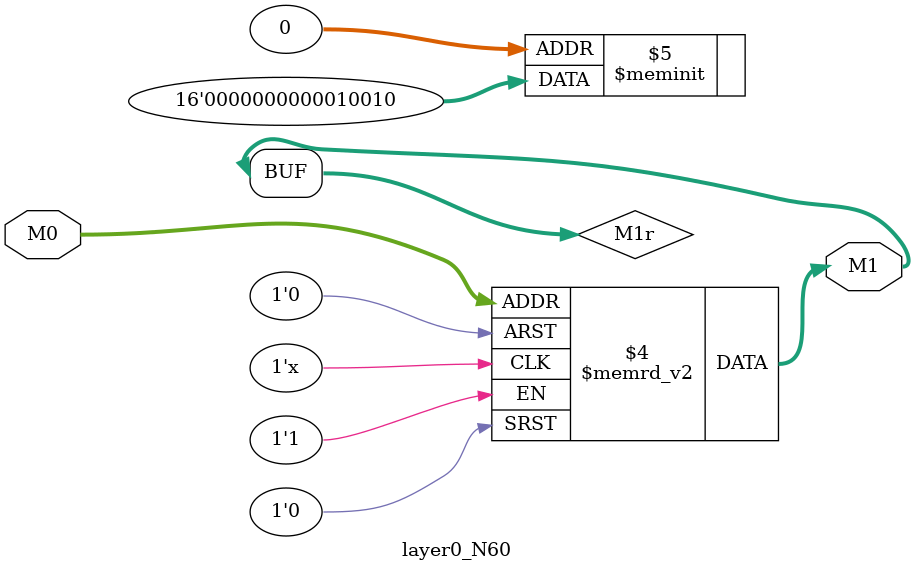
<source format=v>
module layer0_N60 ( input [2:0] M0, output [1:0] M1 );

	(*rom_style = "distributed" *) reg [1:0] M1r;
	assign M1 = M1r;
	always @ (M0) begin
		case (M0)
			3'b000: M1r = 2'b10;
			3'b100: M1r = 2'b00;
			3'b010: M1r = 2'b01;
			3'b110: M1r = 2'b00;
			3'b001: M1r = 2'b00;
			3'b101: M1r = 2'b00;
			3'b011: M1r = 2'b00;
			3'b111: M1r = 2'b00;

		endcase
	end
endmodule

</source>
